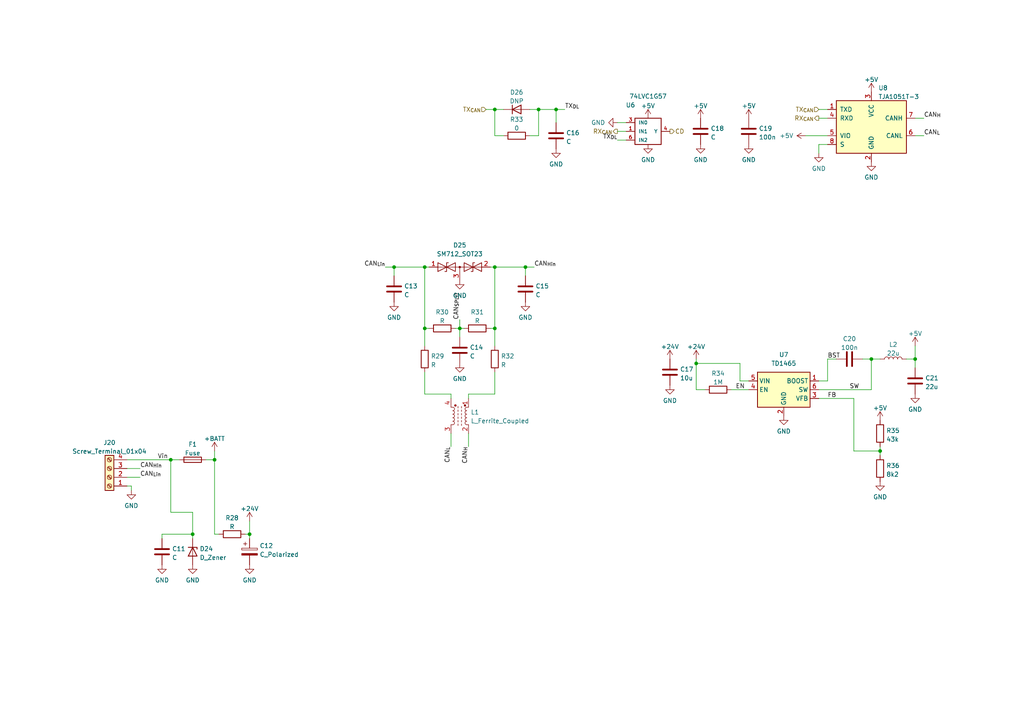
<source format=kicad_sch>
(kicad_sch (version 20230121) (generator eeschema)
  (paper "A4")
  (lib_symbols
    (symbol "74xGxx:74LVC1G57" (pin_names (offset 1.016))
      (property "Reference" "U" (at -2.54 5.08 0))
      (property "Value" "74LVC1G57" (at 0 -5.08 0))
      (symbol "74LVC1G57_0_1"
        (rectangle (start -3.81 3.81) (end 3.81 -3.81) (stroke (width 0.254)))
      )
      (symbol "74LVC1G57_1_1"
        (pin input line (at -6.35 0 0) (length 2.54) (name "IN1") (number "1"))
        (pin power_in line (at 0 -3.81 270) (length 0) hide (name "GND") (number "2"))
        (pin input line (at -6.35 2.54 0) (length 2.54) (name "IN0") (number "3"))
        (pin output line (at 6.35 0 180) (length 2.54) (name "Y") (number "4"))
        (pin power_in line (at 0 3.81 90) (length 0) hide (name "VCC") (number "5"))
        (pin input line (at -6.35 -2.54 0) (length 2.54) (name "IN2") (number "6"))
      )
    )
    (symbol "Connector:Screw_Terminal_01x04" (pin_names (offset 1.016) hide)
      (property "Reference" "J" (at 0 5.08 0))
      (property "Value" "Screw_Terminal_01x04" (at 0 -7.62 0))
      (symbol "Screw_Terminal_01x04_1_1"
        (rectangle (start -1.27 3.81) (end 1.27 -6.35) (stroke (width 0.254)) (fill (type background)))
        (circle (center 0 -5.08) (radius 0.635) (stroke (width 0.1524)))
        (circle (center 0 -2.54) (radius 0.635) (stroke (width 0.1524)))
        (polyline (pts (xy -0.5334 -4.7498) (xy 0.3302 -5.588)) (stroke (width 0.1524)))
        (polyline (pts (xy -0.5334 -2.2098) (xy 0.3302 -3.048)) (stroke (width 0.1524)))
        (polyline (pts (xy -0.5334 0.3302) (xy 0.3302 -0.508)) (stroke (width 0.1524)))
        (polyline (pts (xy -0.5334 2.8702) (xy 0.3302 2.032)) (stroke (width 0.1524)))
        (polyline (pts (xy -0.3556 -4.572) (xy 0.508 -5.4102)) (stroke (width 0.1524)))
        (polyline (pts (xy -0.3556 -2.032) (xy 0.508 -2.8702)) (stroke (width 0.1524)))
        (polyline (pts (xy -0.3556 0.508) (xy 0.508 -0.3302)) (stroke (width 0.1524)))
        (polyline (pts (xy -0.3556 3.048) (xy 0.508 2.2098)) (stroke (width 0.1524)))
        (circle (center 0 0) (radius 0.635) (stroke (width 0.1524)))
        (circle (center 0 2.54) (radius 0.635) (stroke (width 0.1524)))
        (pin passive line (at -5.08 2.54 0) (length 3.81) (name "Pin_1") (number "1"))
        (pin passive line (at -5.08 0 0) (length 3.81) (name "Pin_2") (number "2"))
        (pin passive line (at -5.08 -2.54 0) (length 3.81) (name "Pin_3") (number "3"))
        (pin passive line (at -5.08 -5.08 0) (length 3.81) (name "Pin_4") (number "4"))
      )
    )
    (symbol "Device:C" (pin_numbers hide) (pin_names (offset 0.254))
      (property "Reference" "C" (at 0.635 2.54 0))
      (property "Value" "C" (at 0.635 -2.54 0))
      (symbol "C_0_1"
        (polyline (pts (xy -2.032 -0.762) (xy 2.032 -0.762)) (stroke (width 0.508)))
        (polyline (pts (xy -2.032 0.762) (xy 2.032 0.762)) (stroke (width 0.508)))
      )
      (symbol "C_1_1"
        (pin passive line (at 0 3.81 270) (length 2.794) (name "~") (number "1"))
        (pin passive line (at 0 -3.81 90) (length 2.794) (name "~") (number "2"))
      )
    )
    (symbol "Device:C_Polarized" (pin_numbers hide) (pin_names (offset 0.254))
      (property "Reference" "C" (at 0.635 2.54 0))
      (property "Value" "C_Polarized" (at 0.635 -2.54 0))
      (symbol "C_Polarized_0_1"
        (rectangle (start -2.286 0.508) (end 2.286 1.016))
        (polyline (pts (xy -1.778 2.286) (xy -0.762 2.286)))
        (polyline (pts (xy -1.27 2.794) (xy -1.27 1.778)))
        (rectangle (start 2.286 -0.508) (end -2.286 -1.016) (fill (type outline)))
      )
      (symbol "C_Polarized_1_1"
        (pin passive line (at 0 3.81 270) (length 2.794) (name "~") (number "1"))
        (pin passive line (at 0 -3.81 90) (length 2.794) (name "~") (number "2"))
      )
    )
    (symbol "Device:D" (pin_numbers hide) (pin_names (offset 1.016) hide)
      (property "Reference" "D" (at 0 2.54 0))
      (property "Value" "D" (at 0 -2.54 0))
      (symbol "D_0_1"
        (polyline (pts (xy -1.27 1.27) (xy -1.27 -1.27)) (stroke (width 0.254)))
        (polyline (pts (xy 1.27 0) (xy -1.27 0)))
        (polyline (pts (xy 1.27 1.27) (xy 1.27 -1.27) (xy -1.27 0) (xy 1.27 1.27)) (stroke (width 0.254)))
      )
      (symbol "D_1_1"
        (pin passive line (at -3.81 0 0) (length 2.54) (name "K") (number "1"))
        (pin passive line (at 3.81 0 180) (length 2.54) (name "A") (number "2"))
      )
    )
    (symbol "Device:D_Zener" (pin_numbers hide) (pin_names (offset 1.016) hide)
      (property "Reference" "D" (at 0 2.54 0))
      (property "Value" "D_Zener" (at 0 -2.54 0))
      (symbol "D_Zener_0_1"
        (polyline (pts (xy 1.27 0) (xy -1.27 0)))
        (polyline (pts (xy -1.27 -1.27) (xy -1.27 1.27) (xy -0.762 1.27)) (stroke (width 0.254)))
        (polyline (pts (xy 1.27 -1.27) (xy 1.27 1.27) (xy -1.27 0) (xy 1.27 -1.27)) (stroke (width 0.254)))
      )
      (symbol "D_Zener_1_1"
        (pin passive line (at -3.81 0 0) (length 2.54) (name "K") (number "1"))
        (pin passive line (at 3.81 0 180) (length 2.54) (name "A") (number "2"))
      )
    )
    (symbol "Device:Fuse" (pin_numbers hide) (pin_names (offset 0))
      (property "Reference" "F" (at 2.032 0 90))
      (property "Value" "Fuse" (at -1.905 0 90))
      (symbol "Fuse_0_1"
        (rectangle (start -0.762 -2.54) (end 0.762 2.54) (stroke (width 0.254)))
        (polyline (pts (xy 0 2.54) (xy 0 -2.54)))
      )
      (symbol "Fuse_1_1"
        (pin passive line (at 0 3.81 270) (length 1.27) (name "~") (number "1"))
        (pin passive line (at 0 -3.81 90) (length 1.27) (name "~") (number "2"))
      )
    )
    (symbol "Device:L" (pin_numbers hide) (pin_names (offset 1.016) hide)
      (property "Reference" "L" (at -1.27 0 90))
      (property "Value" "L" (at 1.905 0 90))
      (symbol "L_0_1"
        (arc (start 0 -2.54) (mid 0.6323 -1.905) (end 0 -1.27))
        (arc (start 0 -1.27) (mid 0.6323 -0.635) (end 0 0))
        (arc (start 0 0) (mid 0.6323 0.635) (end 0 1.27))
        (arc (start 0 1.27) (mid 0.6323 1.905) (end 0 2.54))
      )
      (symbol "L_1_1"
        (pin passive line (at 0 3.81 270) (length 1.27) (name "1") (number "1"))
        (pin passive line (at 0 -3.81 90) (length 1.27) (name "2") (number "2"))
      )
    )
    (symbol "Device:L_Ferrite_Coupled_1243" (pin_names (offset 0.254) hide)
      (property "Reference" "L" (at 0 4.445 0))
      (property "Value" "L_Ferrite_Coupled_1243" (at 0 -4.445 0))
      (symbol "L_Ferrite_Coupled_1243_0_1"
        (circle (center -3.048 -1.27) (radius 0.254) (fill (type outline)))
        (circle (center -3.048 1.524) (radius 0.254) (fill (type outline)))
        (arc (start -2.54 2.032) (mid -2.032 1.5262) (end -1.524 2.032))
        (arc (start -1.524 -2.032) (mid -2.032 -1.5262) (end -2.54 -2.032))
        (arc (start -1.524 2.032) (mid -1.016 1.5262) (end -0.508 2.032))
        (arc (start -0.508 -2.032) (mid -1.016 -1.5262) (end -1.524 -2.032))
        (arc (start -0.508 2.032) (mid 0 1.5262) (end 0.508 2.032))
        (polyline (pts (xy -2.794 -0.508) (xy -2.286 -0.508)))
        (polyline (pts (xy -2.794 0.508) (xy -2.286 0.508)))
        (polyline (pts (xy -2.54 -2.032) (xy -2.54 -2.54)))
        (polyline (pts (xy -2.54 2.032) (xy -2.54 2.54)))
        (polyline (pts (xy -1.778 -0.508) (xy -1.27 -0.508)))
        (polyline (pts (xy -1.778 0.508) (xy -1.27 0.508)))
        (polyline (pts (xy -0.762 -0.508) (xy -0.254 -0.508)))
        (polyline (pts (xy -0.762 0.508) (xy -0.254 0.508)))
        (polyline (pts (xy 0.254 -0.508) (xy 0.762 -0.508)))
        (polyline (pts (xy 0.254 0.508) (xy 0.762 0.508)))
        (polyline (pts (xy 1.27 -0.508) (xy 1.778 -0.508)))
        (polyline (pts (xy 1.27 0.508) (xy 1.778 0.508)))
        (polyline (pts (xy 2.286 -0.508) (xy 2.794 -0.508)))
        (polyline (pts (xy 2.286 0.508) (xy 2.794 0.508)))
        (polyline (pts (xy 2.54 -2.032) (xy 2.54 -2.54)))
        (polyline (pts (xy 2.54 2.54) (xy 2.54 2.032)))
        (arc (start 0.508 -2.032) (mid 0 -1.5262) (end -0.508 -2.032))
        (arc (start 0.508 2.032) (mid 1.016 1.5262) (end 1.524 2.032))
        (arc (start 1.524 -2.032) (mid 1.016 -1.5262) (end 0.508 -2.032))
        (arc (start 1.524 2.032) (mid 2.032 1.5262) (end 2.54 2.032))
        (arc (start 2.54 -2.032) (mid 2.032 -1.5262) (end 1.524 -2.032))
      )
      (symbol "L_Ferrite_Coupled_1243_1_1"
        (pin passive line (at -5.08 2.54 0) (length 2.54) (name "1") (number "1"))
        (pin passive line (at 5.08 2.54 180) (length 2.54) (name "2") (number "2"))
        (pin passive line (at 5.08 -2.54 180) (length 2.54) (name "3") (number "3"))
        (pin passive line (at -5.08 -2.54 0) (length 2.54) (name "4") (number "4"))
      )
    )
    (symbol "Device:R" (pin_numbers hide) (pin_names (offset 0))
      (property "Reference" "R" (at 2.032 0 90))
      (property "Value" "R" (at 0 0 90))
      (symbol "R_0_1"
        (rectangle (start -1.016 -2.54) (end 1.016 2.54) (stroke (width 0.254)))
      )
      (symbol "R_1_1"
        (pin passive line (at 0 3.81 270) (length 1.27) (name "~") (number "1"))
        (pin passive line (at 0 -3.81 90) (length 1.27) (name "~") (number "2"))
      )
    )
    (symbol "Diode:SM712_SOT23" (pin_names (offset 1.016) hide)
      (property "Reference" "D" (at 0 4.445 0))
      (property "Value" "SM712_SOT23" (at 0 2.54 0))
      (symbol "SM712_SOT23_0_0"
        (polyline (pts (xy 0 -1.27) (xy 0 0)))
      )
      (symbol "SM712_SOT23_0_1"
        (polyline (pts (xy -6.35 0) (xy 6.35 0)))
        (polyline (pts (xy -3.302 1.27) (xy -3.81 1.27) (xy -3.81 -1.27) (xy -4.318 -1.27)) (stroke (width 0.2032)))
        (polyline (pts (xy 4.318 1.27) (xy 3.81 1.27) (xy 3.81 -1.27) (xy 3.302 -1.27)) (stroke (width 0.2032)))
        (polyline (pts (xy -6.35 -1.27) (xy -1.27 1.27) (xy -1.27 -1.27) (xy -6.35 1.27) (xy -6.35 -1.27)) (stroke (width 0.2032)))
        (polyline (pts (xy 1.27 -1.27) (xy 1.27 1.27) (xy 6.35 -1.27) (xy 6.35 1.27) (xy 1.27 -1.27)) (stroke (width 0.2032)))
        (circle (center 0 0) (radius 0.254) (fill (type outline)))
      )
      (symbol "SM712_SOT23_1_1"
        (pin passive line (at -8.89 0 0) (length 2.54) (name "A1") (number "1"))
        (pin passive line (at 8.89 0 180) (length 2.54) (name "A2") (number "2"))
        (pin input line (at 0 -3.81 90) (length 2.54) (name "common") (number "3"))
      )
    )
    (symbol "Interface_CAN_LIN:TJA1051T-3" (pin_names (offset 1.016))
      (property "Reference" "U" (at -10.16 8.89 0))
      (property "Value" "TJA1051T-3" (at 1.27 8.89 0))
      (symbol "TJA1051T-3_0_1"
        (rectangle (start -10.16 7.62) (end 10.16 -7.62) (stroke (width 0.254)) (fill (type background)))
      )
      (symbol "TJA1051T-3_1_1"
        (pin input line (at -12.7 5.08 0) (length 2.54) (name "TXD") (number "1"))
        (pin power_in line (at 0 -10.16 90) (length 2.54) (name "GND") (number "2"))
        (pin power_in line (at 0 10.16 270) (length 2.54) (name "VCC") (number "3"))
        (pin output line (at -12.7 2.54 0) (length 2.54) (name "RXD") (number "4"))
        (pin power_in line (at -12.7 -2.54 0) (length 2.54) (name "VIO") (number "5"))
        (pin bidirectional line (at 12.7 -2.54 180) (length 2.54) (name "CANL") (number "6"))
        (pin bidirectional line (at 12.7 2.54 180) (length 2.54) (name "CANH") (number "7"))
        (pin input line (at -12.7 -5.08 0) (length 2.54) (name "S") (number "8"))
      )
    )
    (symbol "Regulator_Switching:MCP16331CH"
      (property "Reference" "U" (at -7.874 6.35 0))
      (property "Value" "MCP16331CH" (at -2.54 6.35 0))
      (symbol "MCP16331CH_0_1"
        (rectangle (start -7.62 5.08) (end 7.62 -5.08) (stroke (width 0.254)) (fill (type background)))
      )
      (symbol "MCP16331CH_1_1"
        (pin input line (at 10.16 2.54 180) (length 2.54) (name "BOOST") (number "1"))
        (pin power_in line (at 0 -7.62 90) (length 2.54) (name "GND") (number "2"))
        (pin input line (at 10.16 -2.54 180) (length 2.54) (name "VFB") (number "3"))
        (pin input line (at -10.16 0 0) (length 2.54) (name "EN") (number "4"))
        (pin power_in line (at -10.16 2.54 0) (length 2.54) (name "VIN") (number "5"))
        (pin output line (at 10.16 0 180) (length 2.54) (name "SW") (number "6"))
      )
    )
    (symbol "power:+24V" (power) (pin_names (offset 0))
      (property "Value" "+24V" (at 0 3.556 0))
      (symbol "+24V_0_1"
        (polyline (pts (xy -0.762 1.27) (xy 0 2.54)))
        (polyline (pts (xy 0 0) (xy 0 2.54)))
        (polyline (pts (xy 0 2.54) (xy 0.762 1.27)))
      )
      (symbol "+24V_1_1"
        (pin power_in line (at 0 0 90) (length 0) hide (name "+24V") (number "1"))
      )
    )
    (symbol "power:+5V" (power) (pin_names (offset 0))
      (property "Value" "+5V" (at 0 3.556 0))
      (symbol "+5V_0_1"
        (polyline (pts (xy -0.762 1.27) (xy 0 2.54)))
        (polyline (pts (xy 0 0) (xy 0 2.54)))
        (polyline (pts (xy 0 2.54) (xy 0.762 1.27)))
      )
      (symbol "+5V_1_1"
        (pin power_in line (at 0 0 90) (length 0) hide (name "+5V") (number "1"))
      )
    )
    (symbol "power:+BATT" (power) (pin_names (offset 0))
      (property "Value" "+BATT" (at 0 3.556 0))
      (symbol "+BATT_0_1"
        (polyline (pts (xy -0.762 1.27) (xy 0 2.54)))
        (polyline (pts (xy 0 0) (xy 0 2.54)))
        (polyline (pts (xy 0 2.54) (xy 0.762 1.27)))
      )
      (symbol "+BATT_1_1"
        (pin power_in line (at 0 0 90) (length 0) hide (name "+BATT") (number "1"))
      )
    )
    (symbol "power:GND" (power) (pin_names (offset 0))
      (property "Value" "GND" (at 0 -3.81 0))
      (symbol "GND_0_1"
        (polyline (pts (xy 0 0) (xy 0 -1.27) (xy 1.27 -1.27) (xy 0 -2.54) (xy -1.27 -1.27) (xy 0 -1.27)))
      )
      (symbol "GND_1_1"
        (pin power_in line (at 0 0 270) (length 0) hide (name "GND") (number "1"))
      )
    )
  )
  (junction (at 55.88 154.94))
  (junction (at 156.21 31.75))
  (junction (at 143.51 77.47))
  (junction (at 252.73 104.14))
  (junction (at 255.27 130.81))
  (junction (at 152.4 77.47))
  (junction (at 62.23 133.35))
  (junction (at 143.51 95.25))
  (junction (at 143.51 31.75))
  (junction (at 201.93 105.41))
  (junction (at 49.53 133.35))
  (junction (at 114.3 77.47))
  (junction (at 72.39 154.94))
  (junction (at 123.19 77.47))
  (junction (at 265.43 104.14))
  (junction (at 123.19 95.25))
  (junction (at 133.35 95.25))
  (junction (at 161.29 31.75))
  (wire (pts (xy 49.53 133.35) (xy 52.07 133.35)))
  (wire (pts (xy 143.51 31.75) (xy 143.51 39.37)))
  (wire (pts (xy 49.53 148.59) (xy 49.53 133.35)))
  (wire (pts (xy 154.94 77.47) (xy 152.4 77.47)))
  (wire (pts (xy 217.17 110.49) (xy 214.63 110.49)))
  (wire (pts (xy 161.29 31.75) (xy 161.29 35.56)))
  (wire (pts (xy 59.69 133.35) (xy 62.23 133.35)))
  (wire (pts (xy 252.73 104.14) (xy 255.27 104.14)))
  (wire (pts (xy 140.97 31.75) (xy 143.51 31.75)))
  (wire (pts (xy 130.81 125.73) (xy 130.81 129.54)))
  (wire (pts (xy 130.81 114.3) (xy 123.19 114.3)))
  (wire (pts (xy 114.3 77.47) (xy 114.3 80.01)))
  (wire (pts (xy 62.23 154.94) (xy 62.23 133.35)))
  (wire (pts (xy 55.88 148.59) (xy 55.88 154.94)))
  (wire (pts (xy 237.49 110.49) (xy 240.03 110.49)))
  (wire (pts (xy 237.49 115.57) (xy 247.65 115.57)))
  (wire (pts (xy 36.83 133.35) (xy 49.53 133.35)))
  (wire (pts (xy 153.67 39.37) (xy 156.21 39.37)))
  (wire (pts (xy 237.49 34.29) (xy 240.03 34.29)))
  (wire (pts (xy 143.51 107.95) (xy 143.51 114.3)))
  (wire (pts (xy 143.51 39.37) (xy 146.05 39.37)))
  (wire (pts (xy 201.93 104.14) (xy 201.93 105.41)))
  (wire (pts (xy 63.5 154.94) (xy 62.23 154.94)))
  (wire (pts (xy 62.23 130.81) (xy 62.23 133.35)))
  (wire (pts (xy 72.39 151.13) (xy 72.39 154.94)))
  (wire (pts (xy 38.1 142.24) (xy 38.1 140.97)))
  (wire (pts (xy 247.65 115.57) (xy 247.65 130.81)))
  (wire (pts (xy 114.3 77.47) (xy 123.19 77.47)))
  (wire (pts (xy 38.1 140.97) (xy 36.83 140.97)))
  (wire (pts (xy 133.35 92.71) (xy 133.35 95.25)))
  (wire (pts (xy 233.68 39.37) (xy 240.03 39.37)))
  (wire (pts (xy 265.43 104.14) (xy 262.89 104.14)))
  (wire (pts (xy 252.73 113.03) (xy 252.73 104.14)))
  (wire (pts (xy 161.29 31.75) (xy 163.83 31.75)))
  (wire (pts (xy 265.43 34.29) (xy 267.97 34.29)))
  (wire (pts (xy 46.99 154.94) (xy 46.99 156.21)))
  (wire (pts (xy 156.21 31.75) (xy 161.29 31.75)))
  (wire (pts (xy 255.27 129.54) (xy 255.27 130.81)))
  (wire (pts (xy 250.19 104.14) (xy 252.73 104.14)))
  (wire (pts (xy 265.43 100.33) (xy 265.43 104.14)))
  (wire (pts (xy 240.03 110.49) (xy 240.03 104.14)))
  (wire (pts (xy 123.19 107.95) (xy 123.19 114.3)))
  (wire (pts (xy 71.12 154.94) (xy 72.39 154.94)))
  (wire (pts (xy 152.4 77.47) (xy 152.4 80.01)))
  (wire (pts (xy 237.49 113.03) (xy 252.73 113.03)))
  (wire (pts (xy 201.93 105.41) (xy 201.93 113.03)))
  (wire (pts (xy 55.88 148.59) (xy 49.53 148.59)))
  (wire (pts (xy 214.63 105.41) (xy 201.93 105.41)))
  (wire (pts (xy 237.49 31.75) (xy 240.03 31.75)))
  (wire (pts (xy 255.27 130.81) (xy 255.27 132.08)))
  (wire (pts (xy 123.19 77.47) (xy 123.19 95.25)))
  (wire (pts (xy 135.89 125.73) (xy 135.89 129.54)))
  (wire (pts (xy 123.19 77.47) (xy 124.46 77.47)))
  (wire (pts (xy 237.49 44.45) (xy 237.49 41.91)))
  (wire (pts (xy 201.93 113.03) (xy 204.47 113.03)))
  (wire (pts (xy 179.07 35.56) (xy 181.61 35.56)))
  (wire (pts (xy 143.51 77.47) (xy 142.24 77.47)))
  (wire (pts (xy 135.89 114.3) (xy 143.51 114.3)))
  (wire (pts (xy 214.63 110.49) (xy 214.63 105.41)))
  (wire (pts (xy 36.83 138.43) (xy 40.64 138.43)))
  (wire (pts (xy 46.99 154.94) (xy 55.88 154.94)))
  (wire (pts (xy 133.35 95.25) (xy 134.62 95.25)))
  (wire (pts (xy 135.89 115.57) (xy 135.89 114.3)))
  (wire (pts (xy 111.76 77.47) (xy 114.3 77.47)))
  (wire (pts (xy 130.81 115.57) (xy 130.81 114.3)))
  (wire (pts (xy 123.19 95.25) (xy 123.19 100.33)))
  (wire (pts (xy 72.39 154.94) (xy 72.39 156.21)))
  (wire (pts (xy 247.65 130.81) (xy 255.27 130.81)))
  (wire (pts (xy 153.67 31.75) (xy 156.21 31.75)))
  (wire (pts (xy 240.03 104.14) (xy 242.57 104.14)))
  (wire (pts (xy 237.49 41.91) (xy 240.03 41.91)))
  (wire (pts (xy 123.19 95.25) (xy 124.46 95.25)))
  (wire (pts (xy 179.07 40.64) (xy 181.61 40.64)))
  (wire (pts (xy 265.43 39.37) (xy 267.97 39.37)))
  (wire (pts (xy 212.09 113.03) (xy 217.17 113.03)))
  (wire (pts (xy 142.24 95.25) (xy 143.51 95.25)))
  (wire (pts (xy 133.35 95.25) (xy 133.35 97.79)))
  (wire (pts (xy 156.21 39.37) (xy 156.21 31.75)))
  (wire (pts (xy 55.88 154.94) (xy 55.88 156.21)))
  (wire (pts (xy 143.51 95.25) (xy 143.51 100.33)))
  (wire (pts (xy 152.4 77.47) (xy 143.51 77.47)))
  (wire (pts (xy 265.43 104.14) (xy 265.43 106.68)))
  (wire (pts (xy 146.05 31.75) (xy 143.51 31.75)))
  (wire (pts (xy 179.07 38.1) (xy 181.61 38.1)))
  (wire (pts (xy 36.83 135.89) (xy 40.64 135.89)))
  (wire (pts (xy 143.51 77.47) (xy 143.51 95.25)))
  (wire (pts (xy 132.08 95.25) (xy 133.35 95.25)))
  (label "FB" (at 240.03 115.57 0))
  (label "CAN_{H}" (at 135.89 129.54 270))
  (label "CAN_{Hin}" (at 40.64 135.89 0))
  (label "EN" (at 213.36 113.03 0))
  (label "CAN_{Lin}" (at 111.76 77.47 180))
  (label "CAN_{L}" (at 267.97 39.37 0))
  (label "BST" (at 240.03 104.14 0))
  (label "CAN_{Lin}" (at 40.64 138.43 0))
  (label "TX_{DL}" (at 179.07 40.64 180))
  (label "CAN_{Hin}" (at 154.94 77.47 0))
  (label "CAN_{H}" (at 267.97 34.29 0))
  (label "CAN_{SPLIT}" (at 133.35 92.71 90))
  (label "Vin" (at 45.72 133.35 0))
  (label "CAN_{L}" (at 130.81 129.54 270))
  (label "TX_{DL}" (at 163.83 31.75 0))
  (label "SW" (at 246.38 113.03 0))
  (hierarchical_label "RX_{CAN}" (shape output) (at 179.07 38.1 180))
  (hierarchical_label "TX_{CAN}" (shape input) (at 237.49 31.75 180))
  (hierarchical_label "RX_{CAN}" (shape output) (at 237.49 34.29 180))
  (hierarchical_label "CD" (shape output) (at 194.31 38.1 0))
  (hierarchical_label "TX_{CAN}" (shape input) (at 140.97 31.75 180))
  (symbol (lib_id "Device:C") (at 161.29 39.37 0) (unit 1)
    (property "Reference" "C16" (at 164.211 38.5353 0) (effects (justify left)))
    (property "Value" "C" (at 164.211 41.0722 0) (effects (justify left)))
    (property "Footprint" "Capacitor_SMD:C_0603_1608Metric" (effects hide))
  )
  (symbol (lib_id "Device:C") (at 265.43 110.49 180) (unit 1)
    (property "Reference" "C21" (at 268.351 109.6553 0) (effects (justify right)))
    (property "Value" "22u" (at 268.351 112.1922 0) (effects (justify right)))
    (property "Footprint" "Capacitor_SMD:C_0805_2012Metric" (effects hide))
  )
  (symbol (lib_id "power:+24V") (at 201.93 104.14 0) (unit 1)
    (property "Reference" "#PWR0157" (effects hide))
    (property "Value" "+24V" (at 201.93 100.5642 0))
  )
  (symbol (lib_id "Device:L_Ferrite_Coupled_1243") (at 133.35 120.65 270) (unit 1)
    (property "Reference" "L1" (at 136.525 119.5613 90) (effects (justify left)))
    (property "Value" "L_Ferrite_Coupled" (at 136.525 122.0982 90) (effects (justify left)))
    (property "Footprint" "Inductor_SMD:L_CommonModeChoke_Coilcraft_0805USB" (effects hide))
  )
  (symbol (lib_id "power:GND") (at 255.27 139.7 0) (unit 1)
    (property "Reference" "#PWR0160" (effects hide))
    (property "Value" "GND" (at 255.27 144.1434 0))
  )
  (symbol (lib_id "power:GND") (at 227.33 120.65 0) (unit 1)
    (property "Reference" "#PWR0154" (effects hide))
    (property "Value" "GND" (at 227.33 125.0934 0))
  )
  (symbol (lib_id "power:GND") (at 72.39 163.83 0) (unit 1)
    (property "Reference" "#PWR0170" (effects hide))
    (property "Value" "GND" (at 72.39 168.2734 0))
  )
  (symbol (lib_id "power:+BATT") (at 62.23 130.81 0) (unit 1)
    (property "Reference" "#PWR0166" (effects hide))
    (property "Value" "+BATT" (at 62.23 127.2342 0))
  )
  (symbol (lib_id "power:GND") (at 194.31 111.76 0) (unit 1)
    (property "Reference" "#PWR0155" (effects hide))
    (property "Value" "GND" (at 194.31 116.2034 0))
  )
  (symbol (lib_id "power:GND") (at 203.2 41.91 0) (unit 1)
    (property "Reference" "#PWR0180" (effects hide))
    (property "Value" "GND" (at 203.2 46.3534 0))
  )
  (symbol (lib_id "power:GND") (at 217.17 41.91 0) (unit 1)
    (property "Reference" "#PWR0177" (effects hide))
    (property "Value" "GND" (at 217.17 46.3534 0))
  )
  (symbol (lib_id "Diode:SM712_SOT23") (at 133.35 77.47 0) (unit 1)
    (property "Reference" "D25" (at 133.35 71.12 0))
    (property "Value" "SM712_SOT23" (at 133.35 73.66 0))
    (property "Footprint" "Package_TO_SOT_SMD:SOT-23" (effects hide))
    (property "Datasheet" "https://www.littelfuse.com/~/media/electronics/datasheets/tvs_diode_arrays/littelfuse_tvs_diode_array_sm712_datasheet.pdf.pdf" (effects hide))
  )
  (symbol (lib_id "Device:Fuse") (at 55.88 133.35 90) (unit 1)
    (property "Reference" "F1" (at 55.88 128.8882 90))
    (property "Value" "Fuse" (at 55.88 131.4251 90))
    (property "Footprint" "Fuse:Fuse_1206_3216Metric_Pad1.42x1.75mm_HandSolder" (effects hide))
  )
  (symbol (lib_id "power:GND") (at 55.88 163.83 0) (unit 1)
    (property "Reference" "#PWR0172" (effects hide))
    (property "Value" "GND" (at 55.88 168.2734 0))
  )
  (symbol (lib_id "power:+5V") (at 187.96 34.29 0) (unit 1)
    (property "Reference" "#PWR0175" (effects hide))
    (property "Value" "+5V" (at 187.96 30.7142 0))
  )
  (symbol (lib_id "Device:C") (at 152.4 83.82 0) (unit 1)
    (property "Reference" "C15" (at 155.321 82.9853 0) (effects (justify left)))
    (property "Value" "C" (at 155.321 85.5222 0) (effects (justify left)))
    (property "Footprint" "Capacitor_SMD:C_0603_1608Metric" (effects hide))
  )
  (symbol (lib_id "power:+24V") (at 72.39 151.13 0) (unit 1)
    (property "Reference" "#PWR0169" (effects hide))
    (property "Value" "+24V" (at 72.39 147.5542 0))
  )
  (symbol (lib_id "power:GND") (at 38.1 142.24 0) (unit 1)
    (property "Reference" "#PWR0168" (effects hide))
    (property "Value" "GND" (at 38.1 146.6834 0))
  )
  (symbol (lib_id "power:GND") (at 133.35 105.41 0) (unit 1)
    (property "Reference" "#PWR0164" (effects hide))
    (property "Value" "GND" (at 133.35 109.8534 0))
  )
  (symbol (lib_id "Connector:Screw_Terminal_01x04") (at 31.75 138.43 180) (unit 1)
    (property "Reference" "J20" (at 31.75 128.3802 0))
    (property "Value" "Screw_Terminal_01x04" (at 31.75 130.9171 0))
    (property "Footprint" "Connector_Phoenix_MC:PhoenixContact_MCV_1,5_4-G-3.81_1x04_P3.81mm_Vertical" (effects hide))
  )
  (symbol (lib_id "Device:R") (at 123.19 104.14 0) (unit 1)
    (property "Reference" "R29" (at 124.968 103.3053 0) (effects (justify left)))
    (property "Value" "R" (at 124.968 105.8422 0) (effects (justify left)))
    (property "Footprint" "Resistor_SMD:R_0603_1608Metric" (effects hide))
  )
  (symbol (lib_id "Device:D_Zener") (at 55.88 160.02 270) (unit 1)
    (property "Reference" "D24" (at 57.912 159.1853 90) (effects (justify left)))
    (property "Value" "D_Zener" (at 57.912 161.7222 90) (effects (justify left)))
    (property "Footprint" "Diode_SMD:D_SMA" (effects hide))
  )
  (symbol (lib_id "Device:R") (at 128.27 95.25 90) (unit 1)
    (property "Reference" "R30" (at 128.27 90.5342 90))
    (property "Value" "R" (at 128.27 93.0711 90))
    (property "Footprint" "Resistor_SMD:R_0805_2012Metric_Pad1.20x1.40mm_HandSolder" (effects hide))
  )
  (symbol (lib_id "Regulator_Switching:MCP16331CH") (at 227.33 113.03 0) (unit 1)
    (property "Reference" "U7" (at 227.33 102.87 0))
    (property "Value" "TD1465" (at 227.33 105.41 0))
    (property "Footprint" "Package_TO_SOT_SMD:SOT-23-6" (effects hide))
    (property "Datasheet" "http://ww1.microchip.com/downloads/en/DeviceDoc/20005308C.pdf" (effects hide))
  )
  (symbol (lib_id "Device:C") (at 194.31 107.95 180) (unit 1)
    (property "Reference" "C17" (at 197.231 107.1153 0) (effects (justify right)))
    (property "Value" "10u" (at 197.231 109.6522 0) (effects (justify right)))
    (property "Footprint" "Capacitor_SMD:C_1206_3216Metric" (effects hide))
  )
  (symbol (lib_id "Device:L") (at 259.08 104.14 90) (unit 1)
    (property "Reference" "L2" (at 259.08 99.9322 90))
    (property "Value" "22u" (at 259.08 102.4691 90))
    (property "Footprint" "Inductor_SMD:L_1210_3225Metric" (effects hide))
  )
  (symbol (lib_id "power:GND") (at 133.35 81.28 0) (unit 1)
    (property "Reference" "#PWR0161" (effects hide))
    (property "Value" "GND" (at 133.35 85.7234 0))
  )
  (symbol (lib_id "power:+5V") (at 233.68 39.37 90) (unit 1)
    (property "Reference" "#PWR0181" (effects hide))
    (property "Value" "+5V" (at 226.06 39.37 90) (effects (justify right)))
  )
  (symbol (lib_id "Device:C_Polarized") (at 72.39 160.02 0) (unit 1)
    (property "Reference" "C12" (at 75.311 158.2963 0) (effects (justify left)))
    (property "Value" "C_Polarized" (at 75.311 160.8332 0) (effects (justify left)))
    (property "Footprint" "Capacitor_THT:CP_Radial_D6.3mm_P2.50mm" (effects hide))
  )
  (symbol (lib_id "Device:R") (at 255.27 135.89 0) (unit 1)
    (property "Reference" "R36" (at 257.048 135.0553 0) (effects (justify left)))
    (property "Value" "8k2" (at 257.048 137.5922 0) (effects (justify left)))
    (property "Footprint" "Resistor_SMD:R_0603_1608Metric" (effects hide))
  )
  (symbol (lib_id "74xGxx:74LVC1G57") (at 187.96 38.1 0) (unit 1)
    (property "Reference" "U6" (at 182.88 30.48 0))
    (property "Value" "74LVC1G57" (at 187.96 27.94 0))
    (property "Footprint" "Package_TO_SOT_SMD:SOT-563" (effects hide))
    (property "Datasheet" "http://www.ti.com/lit/sg/scyt129e/scyt129e.pdf" (effects hide))
  )
  (symbol (lib_id "power:GND") (at 179.07 35.56 270) (unit 1)
    (property "Reference" "#PWR0174" (effects hide))
    (property "Value" "GND" (at 171.45 35.56 90) (effects (justify left)))
  )
  (symbol (lib_id "Device:C") (at 114.3 83.82 0) (unit 1)
    (property "Reference" "C13" (at 117.221 82.9853 0) (effects (justify left)))
    (property "Value" "C" (at 117.221 85.5222 0) (effects (justify left)))
    (property "Footprint" "Capacitor_SMD:C_0603_1608Metric" (effects hide))
  )
  (symbol (lib_id "power:GND") (at 265.43 114.3 0) (unit 1)
    (property "Reference" "#PWR0159" (effects hide))
    (property "Value" "GND" (at 265.43 118.7434 0))
  )
  (symbol (lib_id "Device:C") (at 217.17 38.1 180) (unit 1)
    (property "Reference" "C19" (at 220.091 37.2653 0) (effects (justify right)))
    (property "Value" "100n" (at 220.091 39.8022 0) (effects (justify right)))
    (property "Footprint" "Capacitor_SMD:C_0603_1608Metric" (effects hide))
  )
  (symbol (lib_id "Device:R") (at 67.31 154.94 90) (unit 1)
    (property "Reference" "R28" (at 67.31 150.2242 90))
    (property "Value" "R" (at 67.31 152.7611 90))
    (property "Footprint" "Resistor_SMD:R_0805_2012Metric" (effects hide))
  )
  (symbol (lib_id "Device:R") (at 255.27 125.73 0) (unit 1)
    (property "Reference" "R35" (at 257.048 124.8953 0) (effects (justify left)))
    (property "Value" "43k" (at 257.048 127.4322 0) (effects (justify left)))
    (property "Footprint" "Resistor_SMD:R_0603_1608Metric" (effects hide))
  )
  (symbol (lib_id "Device:R") (at 143.51 104.14 0) (unit 1)
    (property "Reference" "R32" (at 145.288 103.3053 0) (effects (justify left)))
    (property "Value" "R" (at 145.288 105.8422 0) (effects (justify left)))
    (property "Footprint" "Resistor_SMD:R_0603_1608Metric" (effects hide))
  )
  (symbol (lib_id "Device:R") (at 149.86 39.37 270) (unit 1)
    (property "Reference" "R33" (at 149.86 34.6542 90))
    (property "Value" "0" (at 149.86 37.1911 90))
    (property "Footprint" "Resistor_SMD:R_0603_1608Metric" (effects hide))
  )
  (symbol (lib_id "power:GND") (at 237.49 44.45 0) (unit 1)
    (property "Reference" "#PWR0184" (effects hide))
    (property "Value" "GND" (at 237.49 48.8934 0))
  )
  (symbol (lib_id "Device:C") (at 133.35 101.6 0) (unit 1)
    (property "Reference" "C14" (at 136.271 100.7653 0) (effects (justify left)))
    (property "Value" "C" (at 136.271 103.3022 0) (effects (justify left)))
    (property "Footprint" "Capacitor_SMD:C_0805_2012Metric_Pad1.18x1.45mm_HandSolder" (effects hide))
  )
  (symbol (lib_id "Device:C") (at 46.99 160.02 0) (unit 1)
    (property "Reference" "C11" (at 49.911 159.1853 0) (effects (justify left)))
    (property "Value" "C" (at 49.911 161.7222 0) (effects (justify left)))
    (property "Footprint" "Capacitor_SMD:C_0603_1608Metric" (effects hide))
  )
  (symbol (lib_id "power:+5V") (at 217.17 34.29 0) (unit 1)
    (property "Reference" "#PWR0178" (effects hide))
    (property "Value" "+5V" (at 217.17 30.7142 0))
  )
  (symbol (lib_id "Device:C") (at 203.2 38.1 0) (unit 1)
    (property "Reference" "C18" (at 206.121 37.2653 0) (effects (justify left)))
    (property "Value" "C" (at 206.121 39.8022 0) (effects (justify left)))
    (property "Footprint" "Capacitor_SMD:C_0603_1608Metric" (effects hide))
  )
  (symbol (lib_id "Device:C") (at 246.38 104.14 90) (unit 1)
    (property "Reference" "C20" (at 246.38 98.2812 90))
    (property "Value" "100n" (at 246.38 100.8181 90))
    (property "Footprint" "Capacitor_SMD:C_0603_1608Metric" (effects hide))
  )
  (symbol (lib_id "power:+5V") (at 203.2 34.29 0) (unit 1)
    (property "Reference" "#PWR0179" (effects hide))
    (property "Value" "+5V" (at 203.2 30.7142 0))
  )
  (symbol (lib_id "Device:D") (at 149.86 31.75 0) (unit 1)
    (property "Reference" "D26" (at 149.86 26.7802 0))
    (property "Value" "DNP" (at 149.86 29.3171 0))
    (property "Footprint" "Diode_SMD:D_SOD-523" (effects hide))
  )
  (symbol (lib_id "Device:R") (at 208.28 113.03 270) (unit 1)
    (property "Reference" "R34" (at 208.28 108.3142 90))
    (property "Value" "1M" (at 208.28 110.8511 90))
    (property "Footprint" "Resistor_SMD:R_0603_1608Metric" (effects hide))
  )
  (symbol (lib_id "Device:R") (at 138.43 95.25 90) (unit 1)
    (property "Reference" "R31" (at 138.43 90.5342 90))
    (property "Value" "R" (at 138.43 93.0711 90))
    (property "Footprint" "Resistor_SMD:R_0805_2012Metric_Pad1.20x1.40mm_HandSolder" (effects hide))
  )
  (symbol (lib_id "power:GND") (at 161.29 43.18 0) (unit 1)
    (property "Reference" "#PWR0173" (effects hide))
    (property "Value" "GND" (at 161.29 47.6234 0))
  )
  (symbol (lib_id "Interface_CAN_LIN:TJA1051T-3") (at 252.73 36.83 0) (unit 1)
    (property "Reference" "U8" (at 254.7494 25.5102 0) (effects (justify left)))
    (property "Value" "TJA1051T-3" (at 254.7494 28.0471 0) (effects (justify left)))
    (property "Footprint" "Package_SO:SOIC-8_3.9x4.9mm_P1.27mm" (effects hide))
    (property "Datasheet" "http://www.nxp.com/documents/data_sheet/TJA1051.pdf" (effects hide))
  )
  (symbol (lib_id "power:GND") (at 46.99 163.83 0) (unit 1)
    (property "Reference" "#PWR0171" (effects hide))
    (property "Value" "GND" (at 46.99 168.2734 0))
  )
  (symbol (lib_id "power:+5V") (at 255.27 121.92 0) (unit 1)
    (property "Reference" "#PWR0153" (effects hide))
    (property "Value" "+5V" (at 255.27 118.3442 0))
  )
  (symbol (lib_id "power:GND") (at 114.3 87.63 0) (unit 1)
    (property "Reference" "#PWR0162" (effects hide))
    (property "Value" "GND" (at 114.3 92.0734 0))
  )
  (symbol (lib_id "power:GND") (at 187.96 41.91 0) (unit 1)
    (property "Reference" "#PWR0176" (effects hide))
    (property "Value" "GND" (at 187.96 46.3534 0))
  )
  (symbol (lib_id "power:GND") (at 152.4 87.63 0) (unit 1)
    (property "Reference" "#PWR0163" (effects hide))
    (property "Value" "GND" (at 152.4 92.0734 0))
  )
  (symbol (lib_id "power:+5V") (at 252.73 26.67 0) (unit 1)
    (property "Reference" "#PWR0183" (effects hide))
    (property "Value" "+5V" (at 252.73 23.0942 0))
  )
  (symbol (lib_id "power:+24V") (at 194.31 104.14 0) (unit 1)
    (property "Reference" "#PWR0156" (effects hide))
    (property "Value" "+24V" (at 194.31 100.5642 0))
  )
  (symbol (lib_id "power:GND") (at 252.73 46.99 0) (unit 1)
    (property "Reference" "#PWR0182" (effects hide))
    (property "Value" "GND" (at 252.73 51.4334 0))
  )
  (symbol (lib_id "power:+5V") (at 265.43 100.33 0) (unit 1)
    (property "Reference" "#PWR0158" (effects hide))
    (property "Value" "+5V" (at 265.43 96.7542 0))
  )
)
</source>
